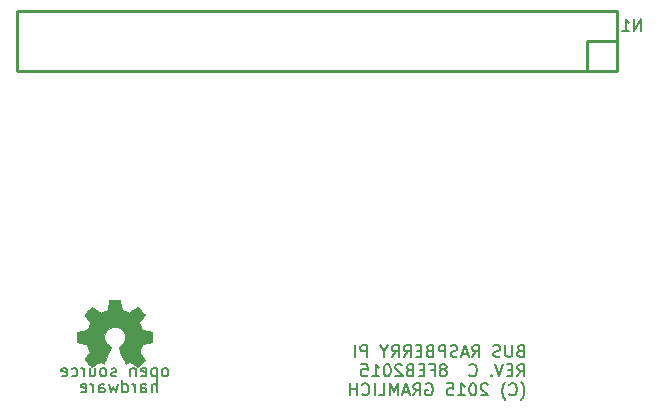
<source format=gbo>
%FSLAX36Y36*%
G04 Gerber Fmt 3.6, Leading zero omitted, Abs format (unit inch)*
G04 Created by KiCad (PCBNEW (2014-jul-16 BZR unknown)-product) date Sun 08 Feb 2015 08:42:31 PM PST*
%MOIN*%
G01*
G04 APERTURE LIST*
%ADD10C,0.003937*%
%ADD11C,0.008000*%
%ADD12C,0.000100*%
%ADD13C,0.010000*%
G04 APERTURE END LIST*
D10*
D11*
X5727143Y-5083143D02*
X5721429Y-5085048D01*
X5719524Y-5086952D01*
X5717619Y-5090762D01*
X5717619Y-5096476D01*
X5719524Y-5100286D01*
X5721429Y-5102190D01*
X5725238Y-5104095D01*
X5740476Y-5104095D01*
X5740476Y-5064095D01*
X5727143Y-5064095D01*
X5723333Y-5066000D01*
X5721429Y-5067905D01*
X5719524Y-5071714D01*
X5719524Y-5075524D01*
X5721429Y-5079333D01*
X5723333Y-5081238D01*
X5727143Y-5083143D01*
X5740476Y-5083143D01*
X5700476Y-5064095D02*
X5700476Y-5096476D01*
X5698571Y-5100286D01*
X5696667Y-5102190D01*
X5692857Y-5104095D01*
X5685238Y-5104095D01*
X5681429Y-5102190D01*
X5679524Y-5100286D01*
X5677619Y-5096476D01*
X5677619Y-5064095D01*
X5660476Y-5102190D02*
X5654762Y-5104095D01*
X5645238Y-5104095D01*
X5641429Y-5102190D01*
X5639524Y-5100286D01*
X5637619Y-5096476D01*
X5637619Y-5092667D01*
X5639524Y-5088857D01*
X5641429Y-5086952D01*
X5645238Y-5085048D01*
X5652857Y-5083143D01*
X5656667Y-5081238D01*
X5658571Y-5079333D01*
X5660476Y-5075524D01*
X5660476Y-5071714D01*
X5658571Y-5067905D01*
X5656667Y-5066000D01*
X5652857Y-5064095D01*
X5643333Y-5064095D01*
X5637619Y-5066000D01*
X5567143Y-5104095D02*
X5580476Y-5085048D01*
X5590000Y-5104095D02*
X5590000Y-5064095D01*
X5574762Y-5064095D01*
X5570952Y-5066000D01*
X5569048Y-5067905D01*
X5567143Y-5071714D01*
X5567143Y-5077429D01*
X5569048Y-5081238D01*
X5570952Y-5083143D01*
X5574762Y-5085048D01*
X5590000Y-5085048D01*
X5551905Y-5092667D02*
X5532857Y-5092667D01*
X5555714Y-5104095D02*
X5542381Y-5064095D01*
X5529048Y-5104095D01*
X5517619Y-5102190D02*
X5511905Y-5104095D01*
X5502381Y-5104095D01*
X5498571Y-5102190D01*
X5496667Y-5100286D01*
X5494762Y-5096476D01*
X5494762Y-5092667D01*
X5496667Y-5088857D01*
X5498571Y-5086952D01*
X5502381Y-5085048D01*
X5510000Y-5083143D01*
X5513810Y-5081238D01*
X5515714Y-5079333D01*
X5517619Y-5075524D01*
X5517619Y-5071714D01*
X5515714Y-5067905D01*
X5513810Y-5066000D01*
X5510000Y-5064095D01*
X5500476Y-5064095D01*
X5494762Y-5066000D01*
X5477619Y-5104095D02*
X5477619Y-5064095D01*
X5462381Y-5064095D01*
X5458571Y-5066000D01*
X5456667Y-5067905D01*
X5454762Y-5071714D01*
X5454762Y-5077429D01*
X5456667Y-5081238D01*
X5458571Y-5083143D01*
X5462381Y-5085048D01*
X5477619Y-5085048D01*
X5424286Y-5083143D02*
X5418571Y-5085048D01*
X5416667Y-5086952D01*
X5414762Y-5090762D01*
X5414762Y-5096476D01*
X5416667Y-5100286D01*
X5418571Y-5102190D01*
X5422381Y-5104095D01*
X5437619Y-5104095D01*
X5437619Y-5064095D01*
X5424286Y-5064095D01*
X5420476Y-5066000D01*
X5418571Y-5067905D01*
X5416667Y-5071714D01*
X5416667Y-5075524D01*
X5418571Y-5079333D01*
X5420476Y-5081238D01*
X5424286Y-5083143D01*
X5437619Y-5083143D01*
X5397619Y-5083143D02*
X5384286Y-5083143D01*
X5378571Y-5104095D02*
X5397619Y-5104095D01*
X5397619Y-5064095D01*
X5378571Y-5064095D01*
X5338571Y-5104095D02*
X5351905Y-5085048D01*
X5361429Y-5104095D02*
X5361429Y-5064095D01*
X5346191Y-5064095D01*
X5342381Y-5066000D01*
X5340476Y-5067905D01*
X5338571Y-5071714D01*
X5338571Y-5077429D01*
X5340476Y-5081238D01*
X5342381Y-5083143D01*
X5346191Y-5085048D01*
X5361429Y-5085048D01*
X5298571Y-5104095D02*
X5311905Y-5085048D01*
X5321429Y-5104095D02*
X5321429Y-5064095D01*
X5306191Y-5064095D01*
X5302381Y-5066000D01*
X5300476Y-5067905D01*
X5298571Y-5071714D01*
X5298571Y-5077429D01*
X5300476Y-5081238D01*
X5302381Y-5083143D01*
X5306191Y-5085048D01*
X5321429Y-5085048D01*
X5273810Y-5085048D02*
X5273810Y-5104095D01*
X5287143Y-5064095D02*
X5273810Y-5085048D01*
X5260476Y-5064095D01*
X5216667Y-5104095D02*
X5216667Y-5064095D01*
X5201429Y-5064095D01*
X5197619Y-5066000D01*
X5195714Y-5067905D01*
X5193810Y-5071714D01*
X5193810Y-5077429D01*
X5195714Y-5081238D01*
X5197619Y-5083143D01*
X5201429Y-5085048D01*
X5216667Y-5085048D01*
X5176667Y-5104095D02*
X5176667Y-5064095D01*
X5717619Y-5168095D02*
X5730952Y-5149048D01*
X5740476Y-5168095D02*
X5740476Y-5128095D01*
X5725238Y-5128095D01*
X5721429Y-5130000D01*
X5719524Y-5131905D01*
X5717619Y-5135714D01*
X5717619Y-5141429D01*
X5719524Y-5145238D01*
X5721429Y-5147143D01*
X5725238Y-5149048D01*
X5740476Y-5149048D01*
X5700476Y-5147143D02*
X5687143Y-5147143D01*
X5681429Y-5168095D02*
X5700476Y-5168095D01*
X5700476Y-5128095D01*
X5681429Y-5128095D01*
X5670000Y-5128095D02*
X5656667Y-5168095D01*
X5643333Y-5128095D01*
X5630000Y-5164286D02*
X5628095Y-5166190D01*
X5630000Y-5168095D01*
X5631905Y-5166190D01*
X5630000Y-5164286D01*
X5630000Y-5168095D01*
X5557619Y-5164286D02*
X5559524Y-5166190D01*
X5565238Y-5168095D01*
X5569048Y-5168095D01*
X5574762Y-5166190D01*
X5578571Y-5162381D01*
X5580476Y-5158571D01*
X5582381Y-5150952D01*
X5582381Y-5145238D01*
X5580476Y-5137619D01*
X5578571Y-5133810D01*
X5574762Y-5130000D01*
X5569048Y-5128095D01*
X5565238Y-5128095D01*
X5559524Y-5130000D01*
X5557619Y-5131905D01*
X5473810Y-5145238D02*
X5477619Y-5143333D01*
X5479524Y-5141429D01*
X5481429Y-5137619D01*
X5481429Y-5135714D01*
X5479524Y-5131905D01*
X5477619Y-5130000D01*
X5473810Y-5128095D01*
X5466191Y-5128095D01*
X5462381Y-5130000D01*
X5460476Y-5131905D01*
X5458571Y-5135714D01*
X5458571Y-5137619D01*
X5460476Y-5141429D01*
X5462381Y-5143333D01*
X5466191Y-5145238D01*
X5473810Y-5145238D01*
X5477619Y-5147143D01*
X5479524Y-5149048D01*
X5481429Y-5152857D01*
X5481429Y-5160476D01*
X5479524Y-5164286D01*
X5477619Y-5166190D01*
X5473810Y-5168095D01*
X5466191Y-5168095D01*
X5462381Y-5166190D01*
X5460476Y-5164286D01*
X5458571Y-5160476D01*
X5458571Y-5152857D01*
X5460476Y-5149048D01*
X5462381Y-5147143D01*
X5466191Y-5145238D01*
X5428095Y-5147143D02*
X5441429Y-5147143D01*
X5441429Y-5168095D02*
X5441429Y-5128095D01*
X5422381Y-5128095D01*
X5407143Y-5147143D02*
X5393810Y-5147143D01*
X5388095Y-5168095D02*
X5407143Y-5168095D01*
X5407143Y-5128095D01*
X5388095Y-5128095D01*
X5357619Y-5147143D02*
X5351905Y-5149048D01*
X5350000Y-5150952D01*
X5348095Y-5154762D01*
X5348095Y-5160476D01*
X5350000Y-5164286D01*
X5351905Y-5166190D01*
X5355714Y-5168095D01*
X5370952Y-5168095D01*
X5370952Y-5128095D01*
X5357619Y-5128095D01*
X5353810Y-5130000D01*
X5351905Y-5131905D01*
X5350000Y-5135714D01*
X5350000Y-5139524D01*
X5351905Y-5143333D01*
X5353810Y-5145238D01*
X5357619Y-5147143D01*
X5370952Y-5147143D01*
X5332857Y-5131905D02*
X5330952Y-5130000D01*
X5327143Y-5128095D01*
X5317619Y-5128095D01*
X5313810Y-5130000D01*
X5311905Y-5131905D01*
X5310000Y-5135714D01*
X5310000Y-5139524D01*
X5311905Y-5145238D01*
X5334762Y-5168095D01*
X5310000Y-5168095D01*
X5285238Y-5128095D02*
X5281429Y-5128095D01*
X5277619Y-5130000D01*
X5275714Y-5131905D01*
X5273810Y-5135714D01*
X5271905Y-5143333D01*
X5271905Y-5152857D01*
X5273810Y-5160476D01*
X5275714Y-5164286D01*
X5277619Y-5166190D01*
X5281429Y-5168095D01*
X5285238Y-5168095D01*
X5289048Y-5166190D01*
X5290952Y-5164286D01*
X5292857Y-5160476D01*
X5294762Y-5152857D01*
X5294762Y-5143333D01*
X5292857Y-5135714D01*
X5290952Y-5131905D01*
X5289048Y-5130000D01*
X5285238Y-5128095D01*
X5233810Y-5168095D02*
X5256667Y-5168095D01*
X5245238Y-5168095D02*
X5245238Y-5128095D01*
X5249048Y-5133810D01*
X5252857Y-5137619D01*
X5256667Y-5139524D01*
X5197619Y-5128095D02*
X5216667Y-5128095D01*
X5218571Y-5147143D01*
X5216667Y-5145238D01*
X5212857Y-5143333D01*
X5203333Y-5143333D01*
X5199524Y-5145238D01*
X5197619Y-5147143D01*
X5195714Y-5150952D01*
X5195714Y-5160476D01*
X5197619Y-5164286D01*
X5199524Y-5166190D01*
X5203333Y-5168095D01*
X5212857Y-5168095D01*
X5216667Y-5166190D01*
X5218571Y-5164286D01*
X5729048Y-5247333D02*
X5730952Y-5245429D01*
X5734762Y-5239714D01*
X5736667Y-5235905D01*
X5738571Y-5230190D01*
X5740476Y-5220667D01*
X5740476Y-5213048D01*
X5738571Y-5203524D01*
X5736667Y-5197810D01*
X5734762Y-5194000D01*
X5730952Y-5188286D01*
X5729048Y-5186381D01*
X5690952Y-5228286D02*
X5692857Y-5230190D01*
X5698571Y-5232095D01*
X5702381Y-5232095D01*
X5708095Y-5230190D01*
X5711905Y-5226381D01*
X5713810Y-5222571D01*
X5715714Y-5214952D01*
X5715714Y-5209238D01*
X5713810Y-5201619D01*
X5711905Y-5197810D01*
X5708095Y-5194000D01*
X5702381Y-5192095D01*
X5698571Y-5192095D01*
X5692857Y-5194000D01*
X5690952Y-5195905D01*
X5677619Y-5247333D02*
X5675714Y-5245429D01*
X5671905Y-5239714D01*
X5670000Y-5235905D01*
X5668095Y-5230190D01*
X5666190Y-5220667D01*
X5666190Y-5213048D01*
X5668095Y-5203524D01*
X5670000Y-5197810D01*
X5671905Y-5194000D01*
X5675714Y-5188286D01*
X5677619Y-5186381D01*
X5618571Y-5195905D02*
X5616667Y-5194000D01*
X5612857Y-5192095D01*
X5603333Y-5192095D01*
X5599524Y-5194000D01*
X5597619Y-5195905D01*
X5595714Y-5199714D01*
X5595714Y-5203524D01*
X5597619Y-5209238D01*
X5620476Y-5232095D01*
X5595714Y-5232095D01*
X5570952Y-5192095D02*
X5567143Y-5192095D01*
X5563333Y-5194000D01*
X5561429Y-5195905D01*
X5559524Y-5199714D01*
X5557619Y-5207333D01*
X5557619Y-5216857D01*
X5559524Y-5224476D01*
X5561429Y-5228286D01*
X5563333Y-5230190D01*
X5567143Y-5232095D01*
X5570952Y-5232095D01*
X5574762Y-5230190D01*
X5576667Y-5228286D01*
X5578571Y-5224476D01*
X5580476Y-5216857D01*
X5580476Y-5207333D01*
X5578571Y-5199714D01*
X5576667Y-5195905D01*
X5574762Y-5194000D01*
X5570952Y-5192095D01*
X5519524Y-5232095D02*
X5542381Y-5232095D01*
X5530952Y-5232095D02*
X5530952Y-5192095D01*
X5534762Y-5197810D01*
X5538571Y-5201619D01*
X5542381Y-5203524D01*
X5483333Y-5192095D02*
X5502381Y-5192095D01*
X5504286Y-5211143D01*
X5502381Y-5209238D01*
X5498571Y-5207333D01*
X5489048Y-5207333D01*
X5485238Y-5209238D01*
X5483333Y-5211143D01*
X5481429Y-5214952D01*
X5481429Y-5224476D01*
X5483333Y-5228286D01*
X5485238Y-5230190D01*
X5489048Y-5232095D01*
X5498571Y-5232095D01*
X5502381Y-5230190D01*
X5504286Y-5228286D01*
X5412857Y-5194000D02*
X5416667Y-5192095D01*
X5422381Y-5192095D01*
X5428095Y-5194000D01*
X5431905Y-5197810D01*
X5433810Y-5201619D01*
X5435714Y-5209238D01*
X5435714Y-5214952D01*
X5433810Y-5222571D01*
X5431905Y-5226381D01*
X5428095Y-5230190D01*
X5422381Y-5232095D01*
X5418571Y-5232095D01*
X5412857Y-5230190D01*
X5410952Y-5228286D01*
X5410952Y-5214952D01*
X5418571Y-5214952D01*
X5370952Y-5232095D02*
X5384286Y-5213048D01*
X5393810Y-5232095D02*
X5393810Y-5192095D01*
X5378571Y-5192095D01*
X5374762Y-5194000D01*
X5372857Y-5195905D01*
X5370952Y-5199714D01*
X5370952Y-5205429D01*
X5372857Y-5209238D01*
X5374762Y-5211143D01*
X5378571Y-5213048D01*
X5393810Y-5213048D01*
X5355714Y-5220667D02*
X5336667Y-5220667D01*
X5359524Y-5232095D02*
X5346191Y-5192095D01*
X5332857Y-5232095D01*
X5319524Y-5232095D02*
X5319524Y-5192095D01*
X5306191Y-5220667D01*
X5292857Y-5192095D01*
X5292857Y-5232095D01*
X5254762Y-5232095D02*
X5273810Y-5232095D01*
X5273810Y-5192095D01*
X5241429Y-5232095D02*
X5241429Y-5192095D01*
X5199524Y-5228286D02*
X5201429Y-5230190D01*
X5207143Y-5232095D01*
X5210952Y-5232095D01*
X5216667Y-5230190D01*
X5220476Y-5226381D01*
X5222381Y-5222571D01*
X5224286Y-5214952D01*
X5224286Y-5209238D01*
X5222381Y-5201619D01*
X5220476Y-5197810D01*
X5216667Y-5194000D01*
X5210952Y-5192095D01*
X5207143Y-5192095D01*
X5201429Y-5194000D01*
X5199524Y-5195905D01*
X5182381Y-5232095D02*
X5182381Y-5192095D01*
X5182381Y-5211143D02*
X5159524Y-5211143D01*
X5159524Y-5232095D02*
X5159524Y-5192095D01*
X4515314Y-5221895D02*
X4515314Y-5181895D01*
X4498171Y-5221895D02*
X4498171Y-5200943D01*
X4500076Y-5197133D01*
X4503886Y-5195229D01*
X4509600Y-5195229D01*
X4513409Y-5197133D01*
X4515314Y-5199038D01*
X4461981Y-5221895D02*
X4461981Y-5200943D01*
X4463886Y-5197133D01*
X4467695Y-5195229D01*
X4475314Y-5195229D01*
X4479124Y-5197133D01*
X4461981Y-5219990D02*
X4465790Y-5221895D01*
X4475314Y-5221895D01*
X4479124Y-5219990D01*
X4481029Y-5216181D01*
X4481029Y-5212371D01*
X4479124Y-5208562D01*
X4475314Y-5206657D01*
X4465790Y-5206657D01*
X4461981Y-5204752D01*
X4442933Y-5221895D02*
X4442933Y-5195229D01*
X4442933Y-5202848D02*
X4441029Y-5199038D01*
X4439124Y-5197133D01*
X4435314Y-5195229D01*
X4431505Y-5195229D01*
X4401029Y-5221895D02*
X4401029Y-5181895D01*
X4401029Y-5219990D02*
X4404838Y-5221895D01*
X4412457Y-5221895D01*
X4416267Y-5219990D01*
X4418171Y-5218086D01*
X4420076Y-5214276D01*
X4420076Y-5202848D01*
X4418171Y-5199038D01*
X4416267Y-5197133D01*
X4412457Y-5195229D01*
X4404838Y-5195229D01*
X4401029Y-5197133D01*
X4385790Y-5195229D02*
X4378171Y-5221895D01*
X4370552Y-5202848D01*
X4362933Y-5221895D01*
X4355314Y-5195229D01*
X4322933Y-5221895D02*
X4322933Y-5200943D01*
X4324838Y-5197133D01*
X4328648Y-5195229D01*
X4336267Y-5195229D01*
X4340076Y-5197133D01*
X4322933Y-5219990D02*
X4326743Y-5221895D01*
X4336267Y-5221895D01*
X4340076Y-5219990D01*
X4341981Y-5216181D01*
X4341981Y-5212371D01*
X4340076Y-5208562D01*
X4336267Y-5206657D01*
X4326743Y-5206657D01*
X4322933Y-5204752D01*
X4303886Y-5221895D02*
X4303886Y-5195229D01*
X4303886Y-5202848D02*
X4301981Y-5199038D01*
X4300076Y-5197133D01*
X4296267Y-5195229D01*
X4292457Y-5195229D01*
X4263886Y-5219990D02*
X4267695Y-5221895D01*
X4275314Y-5221895D01*
X4279124Y-5219990D01*
X4281029Y-5216181D01*
X4281029Y-5200943D01*
X4279124Y-5197133D01*
X4275314Y-5195229D01*
X4267695Y-5195229D01*
X4263886Y-5197133D01*
X4261981Y-5200943D01*
X4261981Y-5204752D01*
X4281029Y-5208562D01*
X4545476Y-5168095D02*
X4549286Y-5166190D01*
X4551190Y-5164286D01*
X4553095Y-5160476D01*
X4553095Y-5149048D01*
X4551190Y-5145238D01*
X4549286Y-5143333D01*
X4545476Y-5141429D01*
X4539762Y-5141429D01*
X4535952Y-5143333D01*
X4534048Y-5145238D01*
X4532143Y-5149048D01*
X4532143Y-5160476D01*
X4534048Y-5164286D01*
X4535952Y-5166190D01*
X4539762Y-5168095D01*
X4545476Y-5168095D01*
X4515000Y-5141429D02*
X4515000Y-5181429D01*
X4515000Y-5143333D02*
X4511190Y-5141429D01*
X4503571Y-5141429D01*
X4499762Y-5143333D01*
X4497857Y-5145238D01*
X4495952Y-5149048D01*
X4495952Y-5160476D01*
X4497857Y-5164286D01*
X4499762Y-5166190D01*
X4503571Y-5168095D01*
X4511190Y-5168095D01*
X4515000Y-5166190D01*
X4463571Y-5166190D02*
X4467381Y-5168095D01*
X4475000Y-5168095D01*
X4478809Y-5166190D01*
X4480714Y-5162381D01*
X4480714Y-5147143D01*
X4478809Y-5143333D01*
X4475000Y-5141429D01*
X4467381Y-5141429D01*
X4463571Y-5143333D01*
X4461667Y-5147143D01*
X4461667Y-5150952D01*
X4480714Y-5154762D01*
X4444524Y-5141429D02*
X4444524Y-5168095D01*
X4444524Y-5145238D02*
X4442619Y-5143333D01*
X4438809Y-5141429D01*
X4433095Y-5141429D01*
X4429286Y-5143333D01*
X4427381Y-5147143D01*
X4427381Y-5168095D01*
X4379762Y-5166190D02*
X4375952Y-5168095D01*
X4368333Y-5168095D01*
X4364524Y-5166190D01*
X4362619Y-5162381D01*
X4362619Y-5160476D01*
X4364524Y-5156667D01*
X4368333Y-5154762D01*
X4374048Y-5154762D01*
X4377857Y-5152857D01*
X4379762Y-5149048D01*
X4379762Y-5147143D01*
X4377857Y-5143333D01*
X4374048Y-5141429D01*
X4368333Y-5141429D01*
X4364524Y-5143333D01*
X4339762Y-5168095D02*
X4343571Y-5166190D01*
X4345476Y-5164286D01*
X4347381Y-5160476D01*
X4347381Y-5149048D01*
X4345476Y-5145238D01*
X4343571Y-5143333D01*
X4339762Y-5141429D01*
X4334048Y-5141429D01*
X4330238Y-5143333D01*
X4328333Y-5145238D01*
X4326429Y-5149048D01*
X4326429Y-5160476D01*
X4328333Y-5164286D01*
X4330238Y-5166190D01*
X4334048Y-5168095D01*
X4339762Y-5168095D01*
X4292143Y-5141429D02*
X4292143Y-5168095D01*
X4309286Y-5141429D02*
X4309286Y-5162381D01*
X4307381Y-5166190D01*
X4303571Y-5168095D01*
X4297857Y-5168095D01*
X4294048Y-5166190D01*
X4292143Y-5164286D01*
X4273095Y-5168095D02*
X4273095Y-5141429D01*
X4273095Y-5149048D02*
X4271190Y-5145238D01*
X4269286Y-5143333D01*
X4265476Y-5141429D01*
X4261667Y-5141429D01*
X4231191Y-5166190D02*
X4235000Y-5168095D01*
X4242619Y-5168095D01*
X4246429Y-5166190D01*
X4248333Y-5164286D01*
X4250238Y-5160476D01*
X4250238Y-5149048D01*
X4248333Y-5145238D01*
X4246429Y-5143333D01*
X4242619Y-5141429D01*
X4235000Y-5141429D01*
X4231191Y-5143333D01*
X4198810Y-5166190D02*
X4202619Y-5168095D01*
X4210238Y-5168095D01*
X4214048Y-5166190D01*
X4215952Y-5162381D01*
X4215952Y-5147143D01*
X4214048Y-5143333D01*
X4210238Y-5141429D01*
X4202619Y-5141429D01*
X4198810Y-5143333D01*
X4196905Y-5147143D01*
X4196905Y-5150952D01*
X4215952Y-5154762D01*
D12*
G36*
X4450800Y-5137300D02*
X4449400Y-5136600D01*
X4446500Y-5134700D01*
X4442300Y-5132000D01*
X4437400Y-5128700D01*
X4432500Y-5125300D01*
X4428400Y-5122600D01*
X4425500Y-5120800D01*
X4424300Y-5120100D01*
X4423700Y-5120400D01*
X4421300Y-5121500D01*
X4417900Y-5123300D01*
X4416000Y-5124300D01*
X4412800Y-5125700D01*
X4411300Y-5125900D01*
X4411000Y-5125500D01*
X4409900Y-5123100D01*
X4408100Y-5119000D01*
X4405700Y-5113600D01*
X4403000Y-5107200D01*
X4400100Y-5100400D01*
X4397200Y-5093400D01*
X4394400Y-5086800D01*
X4392000Y-5080800D01*
X4390000Y-5075900D01*
X4388700Y-5072500D01*
X4388300Y-5071100D01*
X4388400Y-5070800D01*
X4390000Y-5069200D01*
X4392700Y-5067200D01*
X4398600Y-5062400D01*
X4404500Y-5055100D01*
X4408000Y-5046800D01*
X4409200Y-5037600D01*
X4408200Y-5029100D01*
X4404800Y-5020900D01*
X4399100Y-5013600D01*
X4392200Y-5008100D01*
X4384100Y-5004600D01*
X4375000Y-5003500D01*
X4366300Y-5004500D01*
X4357900Y-5007800D01*
X4350600Y-5013400D01*
X4347500Y-5017000D01*
X4343200Y-5024500D01*
X4340700Y-5032400D01*
X4340500Y-5034500D01*
X4340800Y-5043200D01*
X4343400Y-5051600D01*
X4348100Y-5059200D01*
X4354500Y-5065300D01*
X4355300Y-5065900D01*
X4358300Y-5068100D01*
X4360300Y-5069700D01*
X4361800Y-5071000D01*
X4350700Y-5097900D01*
X4348900Y-5102200D01*
X4345800Y-5109500D01*
X4343100Y-5115800D01*
X4341000Y-5120900D01*
X4339500Y-5124300D01*
X4338800Y-5125600D01*
X4338700Y-5125700D01*
X4337800Y-5125900D01*
X4335700Y-5125100D01*
X4332000Y-5123300D01*
X4329500Y-5122000D01*
X4326600Y-5120600D01*
X4325300Y-5120100D01*
X4324200Y-5120700D01*
X4321500Y-5122500D01*
X4317500Y-5125200D01*
X4312700Y-5128400D01*
X4308100Y-5131600D01*
X4303900Y-5134300D01*
X4300800Y-5136300D01*
X4299300Y-5137100D01*
X4299100Y-5137100D01*
X4297700Y-5136400D01*
X4295300Y-5134300D01*
X4291700Y-5130900D01*
X4286500Y-5125800D01*
X4285700Y-5125000D01*
X4281400Y-5120600D01*
X4278000Y-5117000D01*
X4275600Y-5114400D01*
X4274800Y-5113200D01*
X4274800Y-5113200D01*
X4275600Y-5111800D01*
X4277500Y-5108700D01*
X4280300Y-5104400D01*
X4283700Y-5099400D01*
X4292600Y-5086500D01*
X4287700Y-5074300D01*
X4286200Y-5070500D01*
X4284300Y-5066000D01*
X4282900Y-5062800D01*
X4282200Y-5061300D01*
X4280800Y-5060900D01*
X4277500Y-5060100D01*
X4272700Y-5059100D01*
X4266900Y-5058000D01*
X4261400Y-5057000D01*
X4256400Y-5056000D01*
X4252800Y-5055300D01*
X4251200Y-5055000D01*
X4250800Y-5054800D01*
X4250500Y-5054000D01*
X4250200Y-5052300D01*
X4250100Y-5049300D01*
X4250100Y-5044500D01*
X4250100Y-5037600D01*
X4250100Y-5036900D01*
X4250100Y-5030300D01*
X4250200Y-5025100D01*
X4250400Y-5021700D01*
X4250600Y-5020300D01*
X4250700Y-5020300D01*
X4252200Y-5019900D01*
X4255700Y-5019200D01*
X4260700Y-5018200D01*
X4266600Y-5017100D01*
X4267000Y-5017000D01*
X4272900Y-5015900D01*
X4277900Y-5014800D01*
X4281300Y-5014000D01*
X4282800Y-5013600D01*
X4283100Y-5013200D01*
X4284300Y-5010900D01*
X4286000Y-5007200D01*
X4288000Y-5002700D01*
X4289900Y-4998100D01*
X4291600Y-4993900D01*
X4292700Y-4990800D01*
X4293000Y-4989400D01*
X4293000Y-4989300D01*
X4292100Y-4987900D01*
X4290100Y-4984900D01*
X4287200Y-4980600D01*
X4283800Y-4975600D01*
X4283500Y-4975200D01*
X4280100Y-4970200D01*
X4277300Y-4966000D01*
X4275500Y-4963000D01*
X4274800Y-4961600D01*
X4274800Y-4961500D01*
X4275900Y-4960000D01*
X4278500Y-4957200D01*
X4282100Y-4953400D01*
X4286500Y-4949000D01*
X4287900Y-4947600D01*
X4292800Y-4942900D01*
X4296100Y-4939700D01*
X4298200Y-4938100D01*
X4299200Y-4937700D01*
X4299300Y-4937800D01*
X4300800Y-4938700D01*
X4303900Y-4940700D01*
X4308200Y-4943600D01*
X4313300Y-4947100D01*
X4313700Y-4947300D01*
X4318600Y-4950700D01*
X4322800Y-4953500D01*
X4325800Y-4955500D01*
X4327100Y-4956300D01*
X4327300Y-4956300D01*
X4329300Y-4955700D01*
X4332900Y-4954400D01*
X4337200Y-4952700D01*
X4341900Y-4950900D01*
X4346100Y-4949100D01*
X4349200Y-4947600D01*
X4350700Y-4946800D01*
X4350700Y-4946700D01*
X4351300Y-4944900D01*
X4352100Y-4941200D01*
X4353200Y-4936100D01*
X4354400Y-4929900D01*
X4354500Y-4929000D01*
X4355700Y-4923000D01*
X4356600Y-4918100D01*
X4357300Y-4914700D01*
X4357700Y-4913300D01*
X4358500Y-4913100D01*
X4361400Y-4912900D01*
X4365900Y-4912800D01*
X4371200Y-4912700D01*
X4376900Y-4912700D01*
X4382400Y-4912900D01*
X4387100Y-4913000D01*
X4390500Y-4913300D01*
X4391900Y-4913500D01*
X4391900Y-4913600D01*
X4392500Y-4915500D01*
X4393300Y-4919200D01*
X4394300Y-4924400D01*
X4395500Y-4930500D01*
X4395700Y-4931600D01*
X4396800Y-4937500D01*
X4397800Y-4942400D01*
X4398600Y-4945800D01*
X4398900Y-4947100D01*
X4399500Y-4947400D01*
X4401900Y-4948400D01*
X4405900Y-4950100D01*
X4410800Y-4952100D01*
X4422300Y-4956700D01*
X4436300Y-4947100D01*
X4437600Y-4946200D01*
X4442600Y-4942800D01*
X4446800Y-4940000D01*
X4449700Y-4938200D01*
X4450900Y-4937500D01*
X4451000Y-4937500D01*
X4452400Y-4938800D01*
X4455100Y-4941400D01*
X4458900Y-4945100D01*
X4463400Y-4949500D01*
X4466600Y-4952700D01*
X4470500Y-4956700D01*
X4472900Y-4959300D01*
X4474300Y-4961000D01*
X4474800Y-4962000D01*
X4474600Y-4962700D01*
X4473700Y-4964200D01*
X4471700Y-4967200D01*
X4468800Y-4971500D01*
X4465400Y-4976500D01*
X4462600Y-4980600D01*
X4459500Y-4985300D01*
X4457500Y-4988700D01*
X4456800Y-4990300D01*
X4457000Y-4991000D01*
X4458000Y-4993800D01*
X4459700Y-4997900D01*
X4461800Y-5002900D01*
X4466600Y-5014000D01*
X4473900Y-5015400D01*
X4478300Y-5016200D01*
X4484500Y-5017400D01*
X4490400Y-5018500D01*
X4499600Y-5020300D01*
X4500000Y-5054200D01*
X4498500Y-5054800D01*
X4497200Y-5055100D01*
X4493800Y-5055900D01*
X4488900Y-5056900D01*
X4483100Y-5057900D01*
X4478200Y-5058900D01*
X4473300Y-5059800D01*
X4469700Y-5060500D01*
X4468200Y-5060800D01*
X4467800Y-5061300D01*
X4466500Y-5063700D01*
X4464800Y-5067500D01*
X4462800Y-5072100D01*
X4460800Y-5076900D01*
X4459100Y-5081200D01*
X4457900Y-5084600D01*
X4457400Y-5086300D01*
X4458100Y-5087600D01*
X4460000Y-5090500D01*
X4462700Y-5094600D01*
X4466100Y-5099500D01*
X4469400Y-5104400D01*
X4472200Y-5108600D01*
X4474200Y-5111700D01*
X4475000Y-5113000D01*
X4474600Y-5114000D01*
X4472700Y-5116300D01*
X4469000Y-5120200D01*
X4463500Y-5125600D01*
X4462600Y-5126500D01*
X4458200Y-5130700D01*
X4454500Y-5134100D01*
X4451900Y-5136400D01*
X4450800Y-5137300D01*
X4450800Y-5137300D01*
G37*
X4450800Y-5137300D02*
X4449400Y-5136600D01*
X4446500Y-5134700D01*
X4442300Y-5132000D01*
X4437400Y-5128700D01*
X4432500Y-5125300D01*
X4428400Y-5122600D01*
X4425500Y-5120800D01*
X4424300Y-5120100D01*
X4423700Y-5120400D01*
X4421300Y-5121500D01*
X4417900Y-5123300D01*
X4416000Y-5124300D01*
X4412800Y-5125700D01*
X4411300Y-5125900D01*
X4411000Y-5125500D01*
X4409900Y-5123100D01*
X4408100Y-5119000D01*
X4405700Y-5113600D01*
X4403000Y-5107200D01*
X4400100Y-5100400D01*
X4397200Y-5093400D01*
X4394400Y-5086800D01*
X4392000Y-5080800D01*
X4390000Y-5075900D01*
X4388700Y-5072500D01*
X4388300Y-5071100D01*
X4388400Y-5070800D01*
X4390000Y-5069200D01*
X4392700Y-5067200D01*
X4398600Y-5062400D01*
X4404500Y-5055100D01*
X4408000Y-5046800D01*
X4409200Y-5037600D01*
X4408200Y-5029100D01*
X4404800Y-5020900D01*
X4399100Y-5013600D01*
X4392200Y-5008100D01*
X4384100Y-5004600D01*
X4375000Y-5003500D01*
X4366300Y-5004500D01*
X4357900Y-5007800D01*
X4350600Y-5013400D01*
X4347500Y-5017000D01*
X4343200Y-5024500D01*
X4340700Y-5032400D01*
X4340500Y-5034500D01*
X4340800Y-5043200D01*
X4343400Y-5051600D01*
X4348100Y-5059200D01*
X4354500Y-5065300D01*
X4355300Y-5065900D01*
X4358300Y-5068100D01*
X4360300Y-5069700D01*
X4361800Y-5071000D01*
X4350700Y-5097900D01*
X4348900Y-5102200D01*
X4345800Y-5109500D01*
X4343100Y-5115800D01*
X4341000Y-5120900D01*
X4339500Y-5124300D01*
X4338800Y-5125600D01*
X4338700Y-5125700D01*
X4337800Y-5125900D01*
X4335700Y-5125100D01*
X4332000Y-5123300D01*
X4329500Y-5122000D01*
X4326600Y-5120600D01*
X4325300Y-5120100D01*
X4324200Y-5120700D01*
X4321500Y-5122500D01*
X4317500Y-5125200D01*
X4312700Y-5128400D01*
X4308100Y-5131600D01*
X4303900Y-5134300D01*
X4300800Y-5136300D01*
X4299300Y-5137100D01*
X4299100Y-5137100D01*
X4297700Y-5136400D01*
X4295300Y-5134300D01*
X4291700Y-5130900D01*
X4286500Y-5125800D01*
X4285700Y-5125000D01*
X4281400Y-5120600D01*
X4278000Y-5117000D01*
X4275600Y-5114400D01*
X4274800Y-5113200D01*
X4274800Y-5113200D01*
X4275600Y-5111800D01*
X4277500Y-5108700D01*
X4280300Y-5104400D01*
X4283700Y-5099400D01*
X4292600Y-5086500D01*
X4287700Y-5074300D01*
X4286200Y-5070500D01*
X4284300Y-5066000D01*
X4282900Y-5062800D01*
X4282200Y-5061300D01*
X4280800Y-5060900D01*
X4277500Y-5060100D01*
X4272700Y-5059100D01*
X4266900Y-5058000D01*
X4261400Y-5057000D01*
X4256400Y-5056000D01*
X4252800Y-5055300D01*
X4251200Y-5055000D01*
X4250800Y-5054800D01*
X4250500Y-5054000D01*
X4250200Y-5052300D01*
X4250100Y-5049300D01*
X4250100Y-5044500D01*
X4250100Y-5037600D01*
X4250100Y-5036900D01*
X4250100Y-5030300D01*
X4250200Y-5025100D01*
X4250400Y-5021700D01*
X4250600Y-5020300D01*
X4250700Y-5020300D01*
X4252200Y-5019900D01*
X4255700Y-5019200D01*
X4260700Y-5018200D01*
X4266600Y-5017100D01*
X4267000Y-5017000D01*
X4272900Y-5015900D01*
X4277900Y-5014800D01*
X4281300Y-5014000D01*
X4282800Y-5013600D01*
X4283100Y-5013200D01*
X4284300Y-5010900D01*
X4286000Y-5007200D01*
X4288000Y-5002700D01*
X4289900Y-4998100D01*
X4291600Y-4993900D01*
X4292700Y-4990800D01*
X4293000Y-4989400D01*
X4293000Y-4989300D01*
X4292100Y-4987900D01*
X4290100Y-4984900D01*
X4287200Y-4980600D01*
X4283800Y-4975600D01*
X4283500Y-4975200D01*
X4280100Y-4970200D01*
X4277300Y-4966000D01*
X4275500Y-4963000D01*
X4274800Y-4961600D01*
X4274800Y-4961500D01*
X4275900Y-4960000D01*
X4278500Y-4957200D01*
X4282100Y-4953400D01*
X4286500Y-4949000D01*
X4287900Y-4947600D01*
X4292800Y-4942900D01*
X4296100Y-4939700D01*
X4298200Y-4938100D01*
X4299200Y-4937700D01*
X4299300Y-4937800D01*
X4300800Y-4938700D01*
X4303900Y-4940700D01*
X4308200Y-4943600D01*
X4313300Y-4947100D01*
X4313700Y-4947300D01*
X4318600Y-4950700D01*
X4322800Y-4953500D01*
X4325800Y-4955500D01*
X4327100Y-4956300D01*
X4327300Y-4956300D01*
X4329300Y-4955700D01*
X4332900Y-4954400D01*
X4337200Y-4952700D01*
X4341900Y-4950900D01*
X4346100Y-4949100D01*
X4349200Y-4947600D01*
X4350700Y-4946800D01*
X4350700Y-4946700D01*
X4351300Y-4944900D01*
X4352100Y-4941200D01*
X4353200Y-4936100D01*
X4354400Y-4929900D01*
X4354500Y-4929000D01*
X4355700Y-4923000D01*
X4356600Y-4918100D01*
X4357300Y-4914700D01*
X4357700Y-4913300D01*
X4358500Y-4913100D01*
X4361400Y-4912900D01*
X4365900Y-4912800D01*
X4371200Y-4912700D01*
X4376900Y-4912700D01*
X4382400Y-4912900D01*
X4387100Y-4913000D01*
X4390500Y-4913300D01*
X4391900Y-4913500D01*
X4391900Y-4913600D01*
X4392500Y-4915500D01*
X4393300Y-4919200D01*
X4394300Y-4924400D01*
X4395500Y-4930500D01*
X4395700Y-4931600D01*
X4396800Y-4937500D01*
X4397800Y-4942400D01*
X4398600Y-4945800D01*
X4398900Y-4947100D01*
X4399500Y-4947400D01*
X4401900Y-4948400D01*
X4405900Y-4950100D01*
X4410800Y-4952100D01*
X4422300Y-4956700D01*
X4436300Y-4947100D01*
X4437600Y-4946200D01*
X4442600Y-4942800D01*
X4446800Y-4940000D01*
X4449700Y-4938200D01*
X4450900Y-4937500D01*
X4451000Y-4937500D01*
X4452400Y-4938800D01*
X4455100Y-4941400D01*
X4458900Y-4945100D01*
X4463400Y-4949500D01*
X4466600Y-4952700D01*
X4470500Y-4956700D01*
X4472900Y-4959300D01*
X4474300Y-4961000D01*
X4474800Y-4962000D01*
X4474600Y-4962700D01*
X4473700Y-4964200D01*
X4471700Y-4967200D01*
X4468800Y-4971500D01*
X4465400Y-4976500D01*
X4462600Y-4980600D01*
X4459500Y-4985300D01*
X4457500Y-4988700D01*
X4456800Y-4990300D01*
X4457000Y-4991000D01*
X4458000Y-4993800D01*
X4459700Y-4997900D01*
X4461800Y-5002900D01*
X4466600Y-5014000D01*
X4473900Y-5015400D01*
X4478300Y-5016200D01*
X4484500Y-5017400D01*
X4490400Y-5018500D01*
X4499600Y-5020300D01*
X4500000Y-5054200D01*
X4498500Y-5054800D01*
X4497200Y-5055100D01*
X4493800Y-5055900D01*
X4488900Y-5056900D01*
X4483100Y-5057900D01*
X4478200Y-5058900D01*
X4473300Y-5059800D01*
X4469700Y-5060500D01*
X4468200Y-5060800D01*
X4467800Y-5061300D01*
X4466500Y-5063700D01*
X4464800Y-5067500D01*
X4462800Y-5072100D01*
X4460800Y-5076900D01*
X4459100Y-5081200D01*
X4457900Y-5084600D01*
X4457400Y-5086300D01*
X4458100Y-5087600D01*
X4460000Y-5090500D01*
X4462700Y-5094600D01*
X4466100Y-5099500D01*
X4469400Y-5104400D01*
X4472200Y-5108600D01*
X4474200Y-5111700D01*
X4475000Y-5113000D01*
X4474600Y-5114000D01*
X4472700Y-5116300D01*
X4469000Y-5120200D01*
X4463500Y-5125600D01*
X4462600Y-5126500D01*
X4458200Y-5130700D01*
X4454500Y-5134100D01*
X4451900Y-5136400D01*
X4450800Y-5137300D01*
D13*
X4050000Y-3950000D02*
X6050000Y-3950000D01*
X5950000Y-4150000D02*
X4050000Y-4150000D01*
X4050000Y-3950000D02*
X4050000Y-4150000D01*
X6050000Y-3950000D02*
X6050000Y-4050000D01*
X6050000Y-4150000D02*
X5950000Y-4150000D01*
X6050000Y-4050000D02*
X5950000Y-4050000D01*
X5950000Y-4050000D02*
X5950000Y-4150000D01*
X6050000Y-4150000D02*
X6050000Y-4050000D01*
D11*
X6130476Y-4018095D02*
X6130476Y-3978095D01*
X6107619Y-4018095D01*
X6107619Y-3978095D01*
X6067619Y-4018095D02*
X6090476Y-4018095D01*
X6079048Y-4018095D02*
X6079048Y-3978095D01*
X6082857Y-3983810D01*
X6086667Y-3987619D01*
X6090476Y-3989524D01*
M02*

</source>
